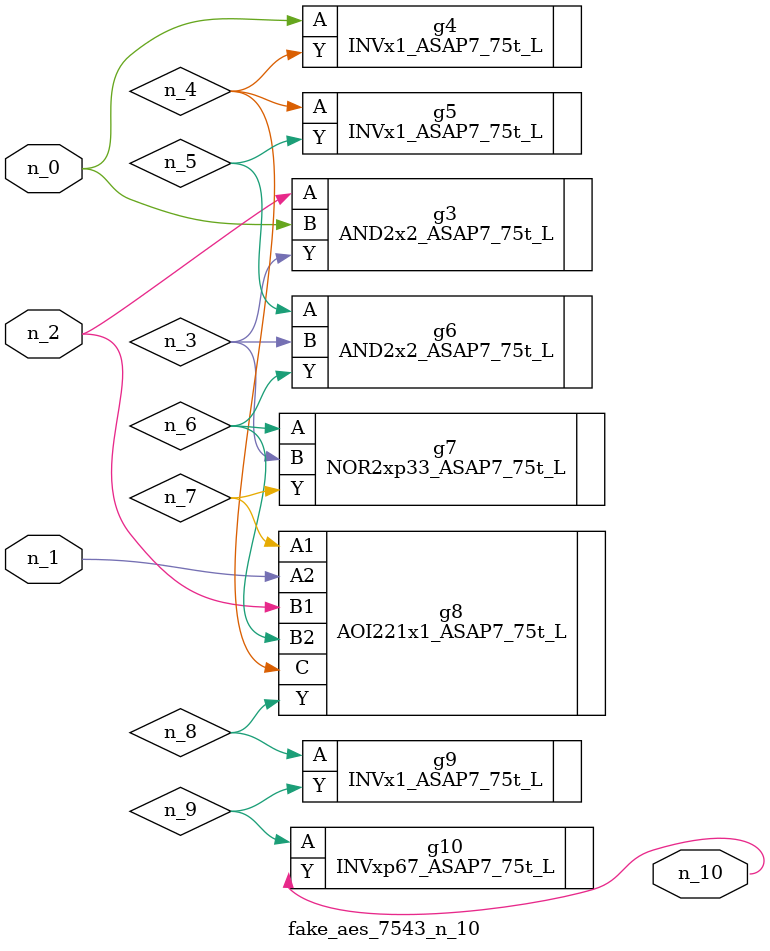
<source format=v>
module fake_aes_7543_n_10 (n_1, n_2, n_0, n_10);
input n_1;
input n_2;
input n_0;
output n_10;
wire n_6;
wire n_4;
wire n_3;
wire n_9;
wire n_5;
wire n_7;
wire n_8;
AND2x2_ASAP7_75t_L g3 ( .A(n_2), .B(n_0), .Y(n_3) );
INVx1_ASAP7_75t_L g4 ( .A(n_0), .Y(n_4) );
INVx1_ASAP7_75t_L g5 ( .A(n_4), .Y(n_5) );
AND2x2_ASAP7_75t_L g6 ( .A(n_5), .B(n_3), .Y(n_6) );
NOR2xp33_ASAP7_75t_L g7 ( .A(n_6), .B(n_3), .Y(n_7) );
AOI221x1_ASAP7_75t_L g8 ( .A1(n_7), .A2(n_1), .B1(n_2), .B2(n_6), .C(n_4), .Y(n_8) );
INVx1_ASAP7_75t_L g9 ( .A(n_8), .Y(n_9) );
INVxp67_ASAP7_75t_L g10 ( .A(n_9), .Y(n_10) );
endmodule
</source>
